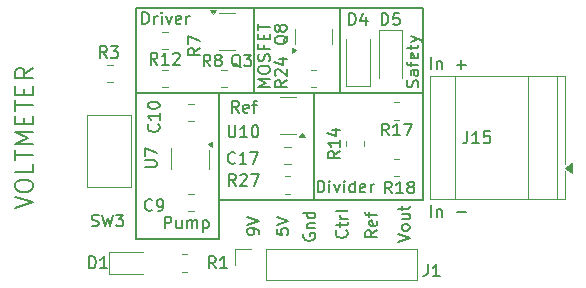
<source format=gbr>
%TF.GenerationSoftware,KiCad,Pcbnew,9.0.3*%
%TF.CreationDate,2025-10-25T21:42:42-05:00*%
%TF.ProjectId,VoltmeterFrontEnd,566f6c74-6d65-4746-9572-46726f6e7445,rev?*%
%TF.SameCoordinates,Original*%
%TF.FileFunction,Legend,Top*%
%TF.FilePolarity,Positive*%
%FSLAX46Y46*%
G04 Gerber Fmt 4.6, Leading zero omitted, Abs format (unit mm)*
G04 Created by KiCad (PCBNEW 9.0.3) date 2025-10-25 21:42:42*
%MOMM*%
%LPD*%
G01*
G04 APERTURE LIST*
%ADD10C,0.150000*%
%ADD11C,0.187500*%
%ADD12C,0.120000*%
G04 APERTURE END LIST*
D10*
X111500000Y-71000000D02*
X111500000Y-63750000D01*
X104586000Y-71002000D02*
X101586000Y-71002000D01*
X101586000Y-63752000D02*
X118836000Y-63752000D01*
X118836000Y-71002000D01*
X101586000Y-71002000D01*
X101586000Y-63752000D01*
X101586000Y-71002000D02*
X101586000Y-83312000D01*
X108586000Y-80002000D02*
X108586000Y-83312000D01*
X118836000Y-63752000D02*
X125836000Y-63752000D01*
X125836000Y-71002000D01*
X118836000Y-71002000D01*
X118836000Y-63752000D01*
X101586000Y-83312000D02*
X108586000Y-83312000D01*
X116586000Y-71002000D02*
X125836000Y-71002000D01*
X125836000Y-80002000D01*
X116586000Y-80002000D01*
X116586000Y-71002000D01*
X108586000Y-71002000D02*
X116586000Y-71002000D01*
X116586000Y-80002000D01*
X108586000Y-80002000D01*
X108586000Y-71002000D01*
X125836000Y-80002000D02*
X125836000Y-80002000D01*
X126547619Y-81454819D02*
X126547619Y-80454819D01*
X127023809Y-80788152D02*
X127023809Y-81454819D01*
X127023809Y-80883390D02*
X127071428Y-80835771D01*
X127071428Y-80835771D02*
X127166666Y-80788152D01*
X127166666Y-80788152D02*
X127309523Y-80788152D01*
X127309523Y-80788152D02*
X127404761Y-80835771D01*
X127404761Y-80835771D02*
X127452380Y-80931009D01*
X127452380Y-80931009D02*
X127452380Y-81454819D01*
X128690476Y-81073866D02*
X129452381Y-81073866D01*
X116922779Y-79371819D02*
X116922779Y-78371819D01*
X116922779Y-78371819D02*
X117160874Y-78371819D01*
X117160874Y-78371819D02*
X117303731Y-78419438D01*
X117303731Y-78419438D02*
X117398969Y-78514676D01*
X117398969Y-78514676D02*
X117446588Y-78609914D01*
X117446588Y-78609914D02*
X117494207Y-78800390D01*
X117494207Y-78800390D02*
X117494207Y-78943247D01*
X117494207Y-78943247D02*
X117446588Y-79133723D01*
X117446588Y-79133723D02*
X117398969Y-79228961D01*
X117398969Y-79228961D02*
X117303731Y-79324200D01*
X117303731Y-79324200D02*
X117160874Y-79371819D01*
X117160874Y-79371819D02*
X116922779Y-79371819D01*
X117922779Y-79371819D02*
X117922779Y-78705152D01*
X117922779Y-78371819D02*
X117875160Y-78419438D01*
X117875160Y-78419438D02*
X117922779Y-78467057D01*
X117922779Y-78467057D02*
X117970398Y-78419438D01*
X117970398Y-78419438D02*
X117922779Y-78371819D01*
X117922779Y-78371819D02*
X117922779Y-78467057D01*
X118303731Y-78705152D02*
X118541826Y-79371819D01*
X118541826Y-79371819D02*
X118779921Y-78705152D01*
X119160874Y-79371819D02*
X119160874Y-78705152D01*
X119160874Y-78371819D02*
X119113255Y-78419438D01*
X119113255Y-78419438D02*
X119160874Y-78467057D01*
X119160874Y-78467057D02*
X119208493Y-78419438D01*
X119208493Y-78419438D02*
X119160874Y-78371819D01*
X119160874Y-78371819D02*
X119160874Y-78467057D01*
X120065635Y-79371819D02*
X120065635Y-78371819D01*
X120065635Y-79324200D02*
X119970397Y-79371819D01*
X119970397Y-79371819D02*
X119779921Y-79371819D01*
X119779921Y-79371819D02*
X119684683Y-79324200D01*
X119684683Y-79324200D02*
X119637064Y-79276580D01*
X119637064Y-79276580D02*
X119589445Y-79181342D01*
X119589445Y-79181342D02*
X119589445Y-78895628D01*
X119589445Y-78895628D02*
X119637064Y-78800390D01*
X119637064Y-78800390D02*
X119684683Y-78752771D01*
X119684683Y-78752771D02*
X119779921Y-78705152D01*
X119779921Y-78705152D02*
X119970397Y-78705152D01*
X119970397Y-78705152D02*
X120065635Y-78752771D01*
X120922778Y-79324200D02*
X120827540Y-79371819D01*
X120827540Y-79371819D02*
X120637064Y-79371819D01*
X120637064Y-79371819D02*
X120541826Y-79324200D01*
X120541826Y-79324200D02*
X120494207Y-79228961D01*
X120494207Y-79228961D02*
X120494207Y-78848009D01*
X120494207Y-78848009D02*
X120541826Y-78752771D01*
X120541826Y-78752771D02*
X120637064Y-78705152D01*
X120637064Y-78705152D02*
X120827540Y-78705152D01*
X120827540Y-78705152D02*
X120922778Y-78752771D01*
X120922778Y-78752771D02*
X120970397Y-78848009D01*
X120970397Y-78848009D02*
X120970397Y-78943247D01*
X120970397Y-78943247D02*
X120494207Y-79038485D01*
X121398969Y-79371819D02*
X121398969Y-78705152D01*
X121398969Y-78895628D02*
X121446588Y-78800390D01*
X121446588Y-78800390D02*
X121494207Y-78752771D01*
X121494207Y-78752771D02*
X121589445Y-78705152D01*
X121589445Y-78705152D02*
X121684683Y-78705152D01*
X125408200Y-70462839D02*
X125455819Y-70319982D01*
X125455819Y-70319982D02*
X125455819Y-70081887D01*
X125455819Y-70081887D02*
X125408200Y-69986649D01*
X125408200Y-69986649D02*
X125360580Y-69939030D01*
X125360580Y-69939030D02*
X125265342Y-69891411D01*
X125265342Y-69891411D02*
X125170104Y-69891411D01*
X125170104Y-69891411D02*
X125074866Y-69939030D01*
X125074866Y-69939030D02*
X125027247Y-69986649D01*
X125027247Y-69986649D02*
X124979628Y-70081887D01*
X124979628Y-70081887D02*
X124932009Y-70272363D01*
X124932009Y-70272363D02*
X124884390Y-70367601D01*
X124884390Y-70367601D02*
X124836771Y-70415220D01*
X124836771Y-70415220D02*
X124741533Y-70462839D01*
X124741533Y-70462839D02*
X124646295Y-70462839D01*
X124646295Y-70462839D02*
X124551057Y-70415220D01*
X124551057Y-70415220D02*
X124503438Y-70367601D01*
X124503438Y-70367601D02*
X124455819Y-70272363D01*
X124455819Y-70272363D02*
X124455819Y-70034268D01*
X124455819Y-70034268D02*
X124503438Y-69891411D01*
X125455819Y-69034268D02*
X124932009Y-69034268D01*
X124932009Y-69034268D02*
X124836771Y-69081887D01*
X124836771Y-69081887D02*
X124789152Y-69177125D01*
X124789152Y-69177125D02*
X124789152Y-69367601D01*
X124789152Y-69367601D02*
X124836771Y-69462839D01*
X125408200Y-69034268D02*
X125455819Y-69129506D01*
X125455819Y-69129506D02*
X125455819Y-69367601D01*
X125455819Y-69367601D02*
X125408200Y-69462839D01*
X125408200Y-69462839D02*
X125312961Y-69510458D01*
X125312961Y-69510458D02*
X125217723Y-69510458D01*
X125217723Y-69510458D02*
X125122485Y-69462839D01*
X125122485Y-69462839D02*
X125074866Y-69367601D01*
X125074866Y-69367601D02*
X125074866Y-69129506D01*
X125074866Y-69129506D02*
X125027247Y-69034268D01*
X124789152Y-68700934D02*
X124789152Y-68319982D01*
X125455819Y-68558077D02*
X124598676Y-68558077D01*
X124598676Y-68558077D02*
X124503438Y-68510458D01*
X124503438Y-68510458D02*
X124455819Y-68415220D01*
X124455819Y-68415220D02*
X124455819Y-68319982D01*
X125408200Y-67605696D02*
X125455819Y-67700934D01*
X125455819Y-67700934D02*
X125455819Y-67891410D01*
X125455819Y-67891410D02*
X125408200Y-67986648D01*
X125408200Y-67986648D02*
X125312961Y-68034267D01*
X125312961Y-68034267D02*
X124932009Y-68034267D01*
X124932009Y-68034267D02*
X124836771Y-67986648D01*
X124836771Y-67986648D02*
X124789152Y-67891410D01*
X124789152Y-67891410D02*
X124789152Y-67700934D01*
X124789152Y-67700934D02*
X124836771Y-67605696D01*
X124836771Y-67605696D02*
X124932009Y-67558077D01*
X124932009Y-67558077D02*
X125027247Y-67558077D01*
X125027247Y-67558077D02*
X125122485Y-68034267D01*
X124789152Y-67272362D02*
X124789152Y-66891410D01*
X124455819Y-67129505D02*
X125312961Y-67129505D01*
X125312961Y-67129505D02*
X125408200Y-67081886D01*
X125408200Y-67081886D02*
X125455819Y-66986648D01*
X125455819Y-66986648D02*
X125455819Y-66891410D01*
X124789152Y-66653314D02*
X125455819Y-66415219D01*
X124789152Y-66177124D02*
X125455819Y-66415219D01*
X125455819Y-66415219D02*
X125693914Y-66510457D01*
X125693914Y-66510457D02*
X125741533Y-66558076D01*
X125741533Y-66558076D02*
X125789152Y-66653314D01*
X126547619Y-68954819D02*
X126547619Y-67954819D01*
X127023809Y-68288152D02*
X127023809Y-68954819D01*
X127023809Y-68383390D02*
X127071428Y-68335771D01*
X127071428Y-68335771D02*
X127166666Y-68288152D01*
X127166666Y-68288152D02*
X127309523Y-68288152D01*
X127309523Y-68288152D02*
X127404761Y-68335771D01*
X127404761Y-68335771D02*
X127452380Y-68431009D01*
X127452380Y-68431009D02*
X127452380Y-68954819D01*
X128690476Y-68573866D02*
X129452381Y-68573866D01*
X129071428Y-68954819D02*
X129071428Y-68192914D01*
X112869819Y-70415220D02*
X111869819Y-70415220D01*
X111869819Y-70415220D02*
X112584104Y-70081887D01*
X112584104Y-70081887D02*
X111869819Y-69748554D01*
X111869819Y-69748554D02*
X112869819Y-69748554D01*
X111869819Y-69081887D02*
X111869819Y-68891411D01*
X111869819Y-68891411D02*
X111917438Y-68796173D01*
X111917438Y-68796173D02*
X112012676Y-68700935D01*
X112012676Y-68700935D02*
X112203152Y-68653316D01*
X112203152Y-68653316D02*
X112536485Y-68653316D01*
X112536485Y-68653316D02*
X112726961Y-68700935D01*
X112726961Y-68700935D02*
X112822200Y-68796173D01*
X112822200Y-68796173D02*
X112869819Y-68891411D01*
X112869819Y-68891411D02*
X112869819Y-69081887D01*
X112869819Y-69081887D02*
X112822200Y-69177125D01*
X112822200Y-69177125D02*
X112726961Y-69272363D01*
X112726961Y-69272363D02*
X112536485Y-69319982D01*
X112536485Y-69319982D02*
X112203152Y-69319982D01*
X112203152Y-69319982D02*
X112012676Y-69272363D01*
X112012676Y-69272363D02*
X111917438Y-69177125D01*
X111917438Y-69177125D02*
X111869819Y-69081887D01*
X112822200Y-68272363D02*
X112869819Y-68129506D01*
X112869819Y-68129506D02*
X112869819Y-67891411D01*
X112869819Y-67891411D02*
X112822200Y-67796173D01*
X112822200Y-67796173D02*
X112774580Y-67748554D01*
X112774580Y-67748554D02*
X112679342Y-67700935D01*
X112679342Y-67700935D02*
X112584104Y-67700935D01*
X112584104Y-67700935D02*
X112488866Y-67748554D01*
X112488866Y-67748554D02*
X112441247Y-67796173D01*
X112441247Y-67796173D02*
X112393628Y-67891411D01*
X112393628Y-67891411D02*
X112346009Y-68081887D01*
X112346009Y-68081887D02*
X112298390Y-68177125D01*
X112298390Y-68177125D02*
X112250771Y-68224744D01*
X112250771Y-68224744D02*
X112155533Y-68272363D01*
X112155533Y-68272363D02*
X112060295Y-68272363D01*
X112060295Y-68272363D02*
X111965057Y-68224744D01*
X111965057Y-68224744D02*
X111917438Y-68177125D01*
X111917438Y-68177125D02*
X111869819Y-68081887D01*
X111869819Y-68081887D02*
X111869819Y-67843792D01*
X111869819Y-67843792D02*
X111917438Y-67700935D01*
X112346009Y-66939030D02*
X112346009Y-67272363D01*
X112869819Y-67272363D02*
X111869819Y-67272363D01*
X111869819Y-67272363D02*
X111869819Y-66796173D01*
X112346009Y-66415220D02*
X112346009Y-66081887D01*
X112869819Y-65939030D02*
X112869819Y-66415220D01*
X112869819Y-66415220D02*
X111869819Y-66415220D01*
X111869819Y-66415220D02*
X111869819Y-65939030D01*
X111869819Y-65653315D02*
X111869819Y-65081887D01*
X112869819Y-65367601D02*
X111869819Y-65367601D01*
X113455819Y-82439030D02*
X113455819Y-82915220D01*
X113455819Y-82915220D02*
X113932009Y-82962839D01*
X113932009Y-82962839D02*
X113884390Y-82915220D01*
X113884390Y-82915220D02*
X113836771Y-82819982D01*
X113836771Y-82819982D02*
X113836771Y-82581887D01*
X113836771Y-82581887D02*
X113884390Y-82486649D01*
X113884390Y-82486649D02*
X113932009Y-82439030D01*
X113932009Y-82439030D02*
X114027247Y-82391411D01*
X114027247Y-82391411D02*
X114265342Y-82391411D01*
X114265342Y-82391411D02*
X114360580Y-82439030D01*
X114360580Y-82439030D02*
X114408200Y-82486649D01*
X114408200Y-82486649D02*
X114455819Y-82581887D01*
X114455819Y-82581887D02*
X114455819Y-82819982D01*
X114455819Y-82819982D02*
X114408200Y-82915220D01*
X114408200Y-82915220D02*
X114360580Y-82962839D01*
X113455819Y-82105696D02*
X114455819Y-81772363D01*
X114455819Y-81772363D02*
X113455819Y-81439030D01*
X123705819Y-83558077D02*
X124705819Y-83224744D01*
X124705819Y-83224744D02*
X123705819Y-82891411D01*
X124705819Y-82415220D02*
X124658200Y-82510458D01*
X124658200Y-82510458D02*
X124610580Y-82558077D01*
X124610580Y-82558077D02*
X124515342Y-82605696D01*
X124515342Y-82605696D02*
X124229628Y-82605696D01*
X124229628Y-82605696D02*
X124134390Y-82558077D01*
X124134390Y-82558077D02*
X124086771Y-82510458D01*
X124086771Y-82510458D02*
X124039152Y-82415220D01*
X124039152Y-82415220D02*
X124039152Y-82272363D01*
X124039152Y-82272363D02*
X124086771Y-82177125D01*
X124086771Y-82177125D02*
X124134390Y-82129506D01*
X124134390Y-82129506D02*
X124229628Y-82081887D01*
X124229628Y-82081887D02*
X124515342Y-82081887D01*
X124515342Y-82081887D02*
X124610580Y-82129506D01*
X124610580Y-82129506D02*
X124658200Y-82177125D01*
X124658200Y-82177125D02*
X124705819Y-82272363D01*
X124705819Y-82272363D02*
X124705819Y-82415220D01*
X124039152Y-81224744D02*
X124705819Y-81224744D01*
X124039152Y-81653315D02*
X124562961Y-81653315D01*
X124562961Y-81653315D02*
X124658200Y-81605696D01*
X124658200Y-81605696D02*
X124705819Y-81510458D01*
X124705819Y-81510458D02*
X124705819Y-81367601D01*
X124705819Y-81367601D02*
X124658200Y-81272363D01*
X124658200Y-81272363D02*
X124610580Y-81224744D01*
X124039152Y-80891410D02*
X124039152Y-80510458D01*
X123705819Y-80748553D02*
X124562961Y-80748553D01*
X124562961Y-80748553D02*
X124658200Y-80700934D01*
X124658200Y-80700934D02*
X124705819Y-80605696D01*
X124705819Y-80605696D02*
X124705819Y-80510458D01*
X115753438Y-82891411D02*
X115705819Y-82986649D01*
X115705819Y-82986649D02*
X115705819Y-83129506D01*
X115705819Y-83129506D02*
X115753438Y-83272363D01*
X115753438Y-83272363D02*
X115848676Y-83367601D01*
X115848676Y-83367601D02*
X115943914Y-83415220D01*
X115943914Y-83415220D02*
X116134390Y-83462839D01*
X116134390Y-83462839D02*
X116277247Y-83462839D01*
X116277247Y-83462839D02*
X116467723Y-83415220D01*
X116467723Y-83415220D02*
X116562961Y-83367601D01*
X116562961Y-83367601D02*
X116658200Y-83272363D01*
X116658200Y-83272363D02*
X116705819Y-83129506D01*
X116705819Y-83129506D02*
X116705819Y-83034268D01*
X116705819Y-83034268D02*
X116658200Y-82891411D01*
X116658200Y-82891411D02*
X116610580Y-82843792D01*
X116610580Y-82843792D02*
X116277247Y-82843792D01*
X116277247Y-82843792D02*
X116277247Y-83034268D01*
X116039152Y-82415220D02*
X116705819Y-82415220D01*
X116134390Y-82415220D02*
X116086771Y-82367601D01*
X116086771Y-82367601D02*
X116039152Y-82272363D01*
X116039152Y-82272363D02*
X116039152Y-82129506D01*
X116039152Y-82129506D02*
X116086771Y-82034268D01*
X116086771Y-82034268D02*
X116182009Y-81986649D01*
X116182009Y-81986649D02*
X116705819Y-81986649D01*
X116705819Y-81081887D02*
X115705819Y-81081887D01*
X116658200Y-81081887D02*
X116705819Y-81177125D01*
X116705819Y-81177125D02*
X116705819Y-81367601D01*
X116705819Y-81367601D02*
X116658200Y-81462839D01*
X116658200Y-81462839D02*
X116610580Y-81510458D01*
X116610580Y-81510458D02*
X116515342Y-81558077D01*
X116515342Y-81558077D02*
X116229628Y-81558077D01*
X116229628Y-81558077D02*
X116134390Y-81510458D01*
X116134390Y-81510458D02*
X116086771Y-81462839D01*
X116086771Y-81462839D02*
X116039152Y-81367601D01*
X116039152Y-81367601D02*
X116039152Y-81177125D01*
X116039152Y-81177125D02*
X116086771Y-81081887D01*
D11*
X91306678Y-80733787D02*
X92806678Y-80233787D01*
X92806678Y-80233787D02*
X91306678Y-79733787D01*
X91306678Y-78948073D02*
X91306678Y-78662359D01*
X91306678Y-78662359D02*
X91378107Y-78519502D01*
X91378107Y-78519502D02*
X91520964Y-78376645D01*
X91520964Y-78376645D02*
X91806678Y-78305216D01*
X91806678Y-78305216D02*
X92306678Y-78305216D01*
X92306678Y-78305216D02*
X92592392Y-78376645D01*
X92592392Y-78376645D02*
X92735250Y-78519502D01*
X92735250Y-78519502D02*
X92806678Y-78662359D01*
X92806678Y-78662359D02*
X92806678Y-78948073D01*
X92806678Y-78948073D02*
X92735250Y-79090931D01*
X92735250Y-79090931D02*
X92592392Y-79233788D01*
X92592392Y-79233788D02*
X92306678Y-79305216D01*
X92306678Y-79305216D02*
X91806678Y-79305216D01*
X91806678Y-79305216D02*
X91520964Y-79233788D01*
X91520964Y-79233788D02*
X91378107Y-79090931D01*
X91378107Y-79090931D02*
X91306678Y-78948073D01*
X92806678Y-76948073D02*
X92806678Y-77662359D01*
X92806678Y-77662359D02*
X91306678Y-77662359D01*
X91306678Y-76662358D02*
X91306678Y-75805216D01*
X92806678Y-76233787D02*
X91306678Y-76233787D01*
X92806678Y-75305216D02*
X91306678Y-75305216D01*
X91306678Y-75305216D02*
X92378107Y-74805216D01*
X92378107Y-74805216D02*
X91306678Y-74305216D01*
X91306678Y-74305216D02*
X92806678Y-74305216D01*
X92020964Y-73590930D02*
X92020964Y-73090930D01*
X92806678Y-72876644D02*
X92806678Y-73590930D01*
X92806678Y-73590930D02*
X91306678Y-73590930D01*
X91306678Y-73590930D02*
X91306678Y-72876644D01*
X91306678Y-72448072D02*
X91306678Y-71590930D01*
X92806678Y-72019501D02*
X91306678Y-72019501D01*
X92020964Y-71090930D02*
X92020964Y-70590930D01*
X92806678Y-70376644D02*
X92806678Y-71090930D01*
X92806678Y-71090930D02*
X91306678Y-71090930D01*
X91306678Y-71090930D02*
X91306678Y-70376644D01*
X92806678Y-68876644D02*
X92092392Y-69376644D01*
X92806678Y-69733787D02*
X91306678Y-69733787D01*
X91306678Y-69733787D02*
X91306678Y-69162358D01*
X91306678Y-69162358D02*
X91378107Y-69019501D01*
X91378107Y-69019501D02*
X91449535Y-68948072D01*
X91449535Y-68948072D02*
X91592392Y-68876644D01*
X91592392Y-68876644D02*
X91806678Y-68876644D01*
X91806678Y-68876644D02*
X91949535Y-68948072D01*
X91949535Y-68948072D02*
X92020964Y-69019501D01*
X92020964Y-69019501D02*
X92092392Y-69162358D01*
X92092392Y-69162358D02*
X92092392Y-69733787D01*
D10*
X121955819Y-82593792D02*
X121479628Y-82927125D01*
X121955819Y-83165220D02*
X120955819Y-83165220D01*
X120955819Y-83165220D02*
X120955819Y-82784268D01*
X120955819Y-82784268D02*
X121003438Y-82689030D01*
X121003438Y-82689030D02*
X121051057Y-82641411D01*
X121051057Y-82641411D02*
X121146295Y-82593792D01*
X121146295Y-82593792D02*
X121289152Y-82593792D01*
X121289152Y-82593792D02*
X121384390Y-82641411D01*
X121384390Y-82641411D02*
X121432009Y-82689030D01*
X121432009Y-82689030D02*
X121479628Y-82784268D01*
X121479628Y-82784268D02*
X121479628Y-83165220D01*
X121908200Y-81784268D02*
X121955819Y-81879506D01*
X121955819Y-81879506D02*
X121955819Y-82069982D01*
X121955819Y-82069982D02*
X121908200Y-82165220D01*
X121908200Y-82165220D02*
X121812961Y-82212839D01*
X121812961Y-82212839D02*
X121432009Y-82212839D01*
X121432009Y-82212839D02*
X121336771Y-82165220D01*
X121336771Y-82165220D02*
X121289152Y-82069982D01*
X121289152Y-82069982D02*
X121289152Y-81879506D01*
X121289152Y-81879506D02*
X121336771Y-81784268D01*
X121336771Y-81784268D02*
X121432009Y-81736649D01*
X121432009Y-81736649D02*
X121527247Y-81736649D01*
X121527247Y-81736649D02*
X121622485Y-82212839D01*
X121289152Y-81450934D02*
X121289152Y-81069982D01*
X121955819Y-81308077D02*
X121098676Y-81308077D01*
X121098676Y-81308077D02*
X121003438Y-81260458D01*
X121003438Y-81260458D02*
X120955819Y-81165220D01*
X120955819Y-81165220D02*
X120955819Y-81069982D01*
X102086779Y-65119819D02*
X102086779Y-64119819D01*
X102086779Y-64119819D02*
X102324874Y-64119819D01*
X102324874Y-64119819D02*
X102467731Y-64167438D01*
X102467731Y-64167438D02*
X102562969Y-64262676D01*
X102562969Y-64262676D02*
X102610588Y-64357914D01*
X102610588Y-64357914D02*
X102658207Y-64548390D01*
X102658207Y-64548390D02*
X102658207Y-64691247D01*
X102658207Y-64691247D02*
X102610588Y-64881723D01*
X102610588Y-64881723D02*
X102562969Y-64976961D01*
X102562969Y-64976961D02*
X102467731Y-65072200D01*
X102467731Y-65072200D02*
X102324874Y-65119819D01*
X102324874Y-65119819D02*
X102086779Y-65119819D01*
X103086779Y-65119819D02*
X103086779Y-64453152D01*
X103086779Y-64643628D02*
X103134398Y-64548390D01*
X103134398Y-64548390D02*
X103182017Y-64500771D01*
X103182017Y-64500771D02*
X103277255Y-64453152D01*
X103277255Y-64453152D02*
X103372493Y-64453152D01*
X103705827Y-65119819D02*
X103705827Y-64453152D01*
X103705827Y-64119819D02*
X103658208Y-64167438D01*
X103658208Y-64167438D02*
X103705827Y-64215057D01*
X103705827Y-64215057D02*
X103753446Y-64167438D01*
X103753446Y-64167438D02*
X103705827Y-64119819D01*
X103705827Y-64119819D02*
X103705827Y-64215057D01*
X104086779Y-64453152D02*
X104324874Y-65119819D01*
X104324874Y-65119819D02*
X104562969Y-64453152D01*
X105324874Y-65072200D02*
X105229636Y-65119819D01*
X105229636Y-65119819D02*
X105039160Y-65119819D01*
X105039160Y-65119819D02*
X104943922Y-65072200D01*
X104943922Y-65072200D02*
X104896303Y-64976961D01*
X104896303Y-64976961D02*
X104896303Y-64596009D01*
X104896303Y-64596009D02*
X104943922Y-64500771D01*
X104943922Y-64500771D02*
X105039160Y-64453152D01*
X105039160Y-64453152D02*
X105229636Y-64453152D01*
X105229636Y-64453152D02*
X105324874Y-64500771D01*
X105324874Y-64500771D02*
X105372493Y-64596009D01*
X105372493Y-64596009D02*
X105372493Y-64691247D01*
X105372493Y-64691247D02*
X104896303Y-64786485D01*
X105801065Y-65119819D02*
X105801065Y-64453152D01*
X105801065Y-64643628D02*
X105848684Y-64548390D01*
X105848684Y-64548390D02*
X105896303Y-64500771D01*
X105896303Y-64500771D02*
X105991541Y-64453152D01*
X105991541Y-64453152D02*
X106086779Y-64453152D01*
X103968779Y-82419819D02*
X103968779Y-81419819D01*
X103968779Y-81419819D02*
X104349731Y-81419819D01*
X104349731Y-81419819D02*
X104444969Y-81467438D01*
X104444969Y-81467438D02*
X104492588Y-81515057D01*
X104492588Y-81515057D02*
X104540207Y-81610295D01*
X104540207Y-81610295D02*
X104540207Y-81753152D01*
X104540207Y-81753152D02*
X104492588Y-81848390D01*
X104492588Y-81848390D02*
X104444969Y-81896009D01*
X104444969Y-81896009D02*
X104349731Y-81943628D01*
X104349731Y-81943628D02*
X103968779Y-81943628D01*
X105397350Y-81753152D02*
X105397350Y-82419819D01*
X104968779Y-81753152D02*
X104968779Y-82276961D01*
X104968779Y-82276961D02*
X105016398Y-82372200D01*
X105016398Y-82372200D02*
X105111636Y-82419819D01*
X105111636Y-82419819D02*
X105254493Y-82419819D01*
X105254493Y-82419819D02*
X105349731Y-82372200D01*
X105349731Y-82372200D02*
X105397350Y-82324580D01*
X105873541Y-82419819D02*
X105873541Y-81753152D01*
X105873541Y-81848390D02*
X105921160Y-81800771D01*
X105921160Y-81800771D02*
X106016398Y-81753152D01*
X106016398Y-81753152D02*
X106159255Y-81753152D01*
X106159255Y-81753152D02*
X106254493Y-81800771D01*
X106254493Y-81800771D02*
X106302112Y-81896009D01*
X106302112Y-81896009D02*
X106302112Y-82419819D01*
X106302112Y-81896009D02*
X106349731Y-81800771D01*
X106349731Y-81800771D02*
X106444969Y-81753152D01*
X106444969Y-81753152D02*
X106587826Y-81753152D01*
X106587826Y-81753152D02*
X106683065Y-81800771D01*
X106683065Y-81800771D02*
X106730684Y-81896009D01*
X106730684Y-81896009D02*
X106730684Y-82419819D01*
X107206874Y-81753152D02*
X107206874Y-82753152D01*
X107206874Y-81800771D02*
X107302112Y-81753152D01*
X107302112Y-81753152D02*
X107492588Y-81753152D01*
X107492588Y-81753152D02*
X107587826Y-81800771D01*
X107587826Y-81800771D02*
X107635445Y-81848390D01*
X107635445Y-81848390D02*
X107683064Y-81943628D01*
X107683064Y-81943628D02*
X107683064Y-82229342D01*
X107683064Y-82229342D02*
X107635445Y-82324580D01*
X107635445Y-82324580D02*
X107587826Y-82372200D01*
X107587826Y-82372200D02*
X107492588Y-82419819D01*
X107492588Y-82419819D02*
X107302112Y-82419819D01*
X107302112Y-82419819D02*
X107206874Y-82372200D01*
X111955819Y-82867601D02*
X111955819Y-82677125D01*
X111955819Y-82677125D02*
X111908200Y-82581887D01*
X111908200Y-82581887D02*
X111860580Y-82534268D01*
X111860580Y-82534268D02*
X111717723Y-82439030D01*
X111717723Y-82439030D02*
X111527247Y-82391411D01*
X111527247Y-82391411D02*
X111146295Y-82391411D01*
X111146295Y-82391411D02*
X111051057Y-82439030D01*
X111051057Y-82439030D02*
X111003438Y-82486649D01*
X111003438Y-82486649D02*
X110955819Y-82581887D01*
X110955819Y-82581887D02*
X110955819Y-82772363D01*
X110955819Y-82772363D02*
X111003438Y-82867601D01*
X111003438Y-82867601D02*
X111051057Y-82915220D01*
X111051057Y-82915220D02*
X111146295Y-82962839D01*
X111146295Y-82962839D02*
X111384390Y-82962839D01*
X111384390Y-82962839D02*
X111479628Y-82915220D01*
X111479628Y-82915220D02*
X111527247Y-82867601D01*
X111527247Y-82867601D02*
X111574866Y-82772363D01*
X111574866Y-82772363D02*
X111574866Y-82581887D01*
X111574866Y-82581887D02*
X111527247Y-82486649D01*
X111527247Y-82486649D02*
X111479628Y-82439030D01*
X111479628Y-82439030D02*
X111384390Y-82391411D01*
X110955819Y-82105696D02*
X111955819Y-81772363D01*
X111955819Y-81772363D02*
X110955819Y-81439030D01*
X110244207Y-72621819D02*
X109910874Y-72145628D01*
X109672779Y-72621819D02*
X109672779Y-71621819D01*
X109672779Y-71621819D02*
X110053731Y-71621819D01*
X110053731Y-71621819D02*
X110148969Y-71669438D01*
X110148969Y-71669438D02*
X110196588Y-71717057D01*
X110196588Y-71717057D02*
X110244207Y-71812295D01*
X110244207Y-71812295D02*
X110244207Y-71955152D01*
X110244207Y-71955152D02*
X110196588Y-72050390D01*
X110196588Y-72050390D02*
X110148969Y-72098009D01*
X110148969Y-72098009D02*
X110053731Y-72145628D01*
X110053731Y-72145628D02*
X109672779Y-72145628D01*
X111053731Y-72574200D02*
X110958493Y-72621819D01*
X110958493Y-72621819D02*
X110768017Y-72621819D01*
X110768017Y-72621819D02*
X110672779Y-72574200D01*
X110672779Y-72574200D02*
X110625160Y-72478961D01*
X110625160Y-72478961D02*
X110625160Y-72098009D01*
X110625160Y-72098009D02*
X110672779Y-72002771D01*
X110672779Y-72002771D02*
X110768017Y-71955152D01*
X110768017Y-71955152D02*
X110958493Y-71955152D01*
X110958493Y-71955152D02*
X111053731Y-72002771D01*
X111053731Y-72002771D02*
X111101350Y-72098009D01*
X111101350Y-72098009D02*
X111101350Y-72193247D01*
X111101350Y-72193247D02*
X110625160Y-72288485D01*
X111387065Y-71955152D02*
X111768017Y-71955152D01*
X111529922Y-72621819D02*
X111529922Y-71764676D01*
X111529922Y-71764676D02*
X111577541Y-71669438D01*
X111577541Y-71669438D02*
X111672779Y-71621819D01*
X111672779Y-71621819D02*
X111768017Y-71621819D01*
X119360580Y-82593792D02*
X119408200Y-82641411D01*
X119408200Y-82641411D02*
X119455819Y-82784268D01*
X119455819Y-82784268D02*
X119455819Y-82879506D01*
X119455819Y-82879506D02*
X119408200Y-83022363D01*
X119408200Y-83022363D02*
X119312961Y-83117601D01*
X119312961Y-83117601D02*
X119217723Y-83165220D01*
X119217723Y-83165220D02*
X119027247Y-83212839D01*
X119027247Y-83212839D02*
X118884390Y-83212839D01*
X118884390Y-83212839D02*
X118693914Y-83165220D01*
X118693914Y-83165220D02*
X118598676Y-83117601D01*
X118598676Y-83117601D02*
X118503438Y-83022363D01*
X118503438Y-83022363D02*
X118455819Y-82879506D01*
X118455819Y-82879506D02*
X118455819Y-82784268D01*
X118455819Y-82784268D02*
X118503438Y-82641411D01*
X118503438Y-82641411D02*
X118551057Y-82593792D01*
X118789152Y-82308077D02*
X118789152Y-81927125D01*
X118455819Y-82165220D02*
X119312961Y-82165220D01*
X119312961Y-82165220D02*
X119408200Y-82117601D01*
X119408200Y-82117601D02*
X119455819Y-82022363D01*
X119455819Y-82022363D02*
X119455819Y-81927125D01*
X119455819Y-81593791D02*
X118789152Y-81593791D01*
X118979628Y-81593791D02*
X118884390Y-81546172D01*
X118884390Y-81546172D02*
X118836771Y-81498553D01*
X118836771Y-81498553D02*
X118789152Y-81403315D01*
X118789152Y-81403315D02*
X118789152Y-81308077D01*
X119455819Y-80831886D02*
X119408200Y-80927124D01*
X119408200Y-80927124D02*
X119312961Y-80974743D01*
X119312961Y-80974743D02*
X118455819Y-80974743D01*
X129604476Y-74204819D02*
X129604476Y-74919104D01*
X129604476Y-74919104D02*
X129556857Y-75061961D01*
X129556857Y-75061961D02*
X129461619Y-75157200D01*
X129461619Y-75157200D02*
X129318762Y-75204819D01*
X129318762Y-75204819D02*
X129223524Y-75204819D01*
X130604476Y-75204819D02*
X130033048Y-75204819D01*
X130318762Y-75204819D02*
X130318762Y-74204819D01*
X130318762Y-74204819D02*
X130223524Y-74347676D01*
X130223524Y-74347676D02*
X130128286Y-74442914D01*
X130128286Y-74442914D02*
X130033048Y-74490533D01*
X131509238Y-74204819D02*
X131033048Y-74204819D01*
X131033048Y-74204819D02*
X130985429Y-74681009D01*
X130985429Y-74681009D02*
X131033048Y-74633390D01*
X131033048Y-74633390D02*
X131128286Y-74585771D01*
X131128286Y-74585771D02*
X131366381Y-74585771D01*
X131366381Y-74585771D02*
X131461619Y-74633390D01*
X131461619Y-74633390D02*
X131509238Y-74681009D01*
X131509238Y-74681009D02*
X131556857Y-74776247D01*
X131556857Y-74776247D02*
X131556857Y-75014342D01*
X131556857Y-75014342D02*
X131509238Y-75109580D01*
X131509238Y-75109580D02*
X131461619Y-75157200D01*
X131461619Y-75157200D02*
X131366381Y-75204819D01*
X131366381Y-75204819D02*
X131128286Y-75204819D01*
X131128286Y-75204819D02*
X131033048Y-75157200D01*
X131033048Y-75157200D02*
X130985429Y-75109580D01*
X103357142Y-68554819D02*
X103023809Y-68078628D01*
X102785714Y-68554819D02*
X102785714Y-67554819D01*
X102785714Y-67554819D02*
X103166666Y-67554819D01*
X103166666Y-67554819D02*
X103261904Y-67602438D01*
X103261904Y-67602438D02*
X103309523Y-67650057D01*
X103309523Y-67650057D02*
X103357142Y-67745295D01*
X103357142Y-67745295D02*
X103357142Y-67888152D01*
X103357142Y-67888152D02*
X103309523Y-67983390D01*
X103309523Y-67983390D02*
X103261904Y-68031009D01*
X103261904Y-68031009D02*
X103166666Y-68078628D01*
X103166666Y-68078628D02*
X102785714Y-68078628D01*
X104309523Y-68554819D02*
X103738095Y-68554819D01*
X104023809Y-68554819D02*
X104023809Y-67554819D01*
X104023809Y-67554819D02*
X103928571Y-67697676D01*
X103928571Y-67697676D02*
X103833333Y-67792914D01*
X103833333Y-67792914D02*
X103738095Y-67840533D01*
X104690476Y-67650057D02*
X104738095Y-67602438D01*
X104738095Y-67602438D02*
X104833333Y-67554819D01*
X104833333Y-67554819D02*
X105071428Y-67554819D01*
X105071428Y-67554819D02*
X105166666Y-67602438D01*
X105166666Y-67602438D02*
X105214285Y-67650057D01*
X105214285Y-67650057D02*
X105261904Y-67745295D01*
X105261904Y-67745295D02*
X105261904Y-67840533D01*
X105261904Y-67840533D02*
X105214285Y-67983390D01*
X105214285Y-67983390D02*
X104642857Y-68554819D01*
X104642857Y-68554819D02*
X105261904Y-68554819D01*
X107833333Y-68704819D02*
X107500000Y-68228628D01*
X107261905Y-68704819D02*
X107261905Y-67704819D01*
X107261905Y-67704819D02*
X107642857Y-67704819D01*
X107642857Y-67704819D02*
X107738095Y-67752438D01*
X107738095Y-67752438D02*
X107785714Y-67800057D01*
X107785714Y-67800057D02*
X107833333Y-67895295D01*
X107833333Y-67895295D02*
X107833333Y-68038152D01*
X107833333Y-68038152D02*
X107785714Y-68133390D01*
X107785714Y-68133390D02*
X107738095Y-68181009D01*
X107738095Y-68181009D02*
X107642857Y-68228628D01*
X107642857Y-68228628D02*
X107261905Y-68228628D01*
X108404762Y-68133390D02*
X108309524Y-68085771D01*
X108309524Y-68085771D02*
X108261905Y-68038152D01*
X108261905Y-68038152D02*
X108214286Y-67942914D01*
X108214286Y-67942914D02*
X108214286Y-67895295D01*
X108214286Y-67895295D02*
X108261905Y-67800057D01*
X108261905Y-67800057D02*
X108309524Y-67752438D01*
X108309524Y-67752438D02*
X108404762Y-67704819D01*
X108404762Y-67704819D02*
X108595238Y-67704819D01*
X108595238Y-67704819D02*
X108690476Y-67752438D01*
X108690476Y-67752438D02*
X108738095Y-67800057D01*
X108738095Y-67800057D02*
X108785714Y-67895295D01*
X108785714Y-67895295D02*
X108785714Y-67942914D01*
X108785714Y-67942914D02*
X108738095Y-68038152D01*
X108738095Y-68038152D02*
X108690476Y-68085771D01*
X108690476Y-68085771D02*
X108595238Y-68133390D01*
X108595238Y-68133390D02*
X108404762Y-68133390D01*
X108404762Y-68133390D02*
X108309524Y-68181009D01*
X108309524Y-68181009D02*
X108261905Y-68228628D01*
X108261905Y-68228628D02*
X108214286Y-68323866D01*
X108214286Y-68323866D02*
X108214286Y-68514342D01*
X108214286Y-68514342D02*
X108261905Y-68609580D01*
X108261905Y-68609580D02*
X108309524Y-68657200D01*
X108309524Y-68657200D02*
X108404762Y-68704819D01*
X108404762Y-68704819D02*
X108595238Y-68704819D01*
X108595238Y-68704819D02*
X108690476Y-68657200D01*
X108690476Y-68657200D02*
X108738095Y-68609580D01*
X108738095Y-68609580D02*
X108785714Y-68514342D01*
X108785714Y-68514342D02*
X108785714Y-68323866D01*
X108785714Y-68323866D02*
X108738095Y-68228628D01*
X108738095Y-68228628D02*
X108690476Y-68181009D01*
X108690476Y-68181009D02*
X108595238Y-68133390D01*
X106954819Y-67166666D02*
X106478628Y-67499999D01*
X106954819Y-67738094D02*
X105954819Y-67738094D01*
X105954819Y-67738094D02*
X105954819Y-67357142D01*
X105954819Y-67357142D02*
X106002438Y-67261904D01*
X106002438Y-67261904D02*
X106050057Y-67214285D01*
X106050057Y-67214285D02*
X106145295Y-67166666D01*
X106145295Y-67166666D02*
X106288152Y-67166666D01*
X106288152Y-67166666D02*
X106383390Y-67214285D01*
X106383390Y-67214285D02*
X106431009Y-67261904D01*
X106431009Y-67261904D02*
X106478628Y-67357142D01*
X106478628Y-67357142D02*
X106478628Y-67738094D01*
X105954819Y-66833332D02*
X105954819Y-66166666D01*
X105954819Y-66166666D02*
X106954819Y-66595237D01*
X110404761Y-68800057D02*
X110309523Y-68752438D01*
X110309523Y-68752438D02*
X110214285Y-68657200D01*
X110214285Y-68657200D02*
X110071428Y-68514342D01*
X110071428Y-68514342D02*
X109976190Y-68466723D01*
X109976190Y-68466723D02*
X109880952Y-68466723D01*
X109928571Y-68704819D02*
X109833333Y-68657200D01*
X109833333Y-68657200D02*
X109738095Y-68561961D01*
X109738095Y-68561961D02*
X109690476Y-68371485D01*
X109690476Y-68371485D02*
X109690476Y-68038152D01*
X109690476Y-68038152D02*
X109738095Y-67847676D01*
X109738095Y-67847676D02*
X109833333Y-67752438D01*
X109833333Y-67752438D02*
X109928571Y-67704819D01*
X109928571Y-67704819D02*
X110119047Y-67704819D01*
X110119047Y-67704819D02*
X110214285Y-67752438D01*
X110214285Y-67752438D02*
X110309523Y-67847676D01*
X110309523Y-67847676D02*
X110357142Y-68038152D01*
X110357142Y-68038152D02*
X110357142Y-68371485D01*
X110357142Y-68371485D02*
X110309523Y-68561961D01*
X110309523Y-68561961D02*
X110214285Y-68657200D01*
X110214285Y-68657200D02*
X110119047Y-68704819D01*
X110119047Y-68704819D02*
X109928571Y-68704819D01*
X110690476Y-67704819D02*
X111309523Y-67704819D01*
X111309523Y-67704819D02*
X110976190Y-68085771D01*
X110976190Y-68085771D02*
X111119047Y-68085771D01*
X111119047Y-68085771D02*
X111214285Y-68133390D01*
X111214285Y-68133390D02*
X111261904Y-68181009D01*
X111261904Y-68181009D02*
X111309523Y-68276247D01*
X111309523Y-68276247D02*
X111309523Y-68514342D01*
X111309523Y-68514342D02*
X111261904Y-68609580D01*
X111261904Y-68609580D02*
X111214285Y-68657200D01*
X111214285Y-68657200D02*
X111119047Y-68704819D01*
X111119047Y-68704819D02*
X110833333Y-68704819D01*
X110833333Y-68704819D02*
X110738095Y-68657200D01*
X110738095Y-68657200D02*
X110690476Y-68609580D01*
X109980642Y-78825819D02*
X109647309Y-78349628D01*
X109409214Y-78825819D02*
X109409214Y-77825819D01*
X109409214Y-77825819D02*
X109790166Y-77825819D01*
X109790166Y-77825819D02*
X109885404Y-77873438D01*
X109885404Y-77873438D02*
X109933023Y-77921057D01*
X109933023Y-77921057D02*
X109980642Y-78016295D01*
X109980642Y-78016295D02*
X109980642Y-78159152D01*
X109980642Y-78159152D02*
X109933023Y-78254390D01*
X109933023Y-78254390D02*
X109885404Y-78302009D01*
X109885404Y-78302009D02*
X109790166Y-78349628D01*
X109790166Y-78349628D02*
X109409214Y-78349628D01*
X110361595Y-77921057D02*
X110409214Y-77873438D01*
X110409214Y-77873438D02*
X110504452Y-77825819D01*
X110504452Y-77825819D02*
X110742547Y-77825819D01*
X110742547Y-77825819D02*
X110837785Y-77873438D01*
X110837785Y-77873438D02*
X110885404Y-77921057D01*
X110885404Y-77921057D02*
X110933023Y-78016295D01*
X110933023Y-78016295D02*
X110933023Y-78111533D01*
X110933023Y-78111533D02*
X110885404Y-78254390D01*
X110885404Y-78254390D02*
X110313976Y-78825819D01*
X110313976Y-78825819D02*
X110933023Y-78825819D01*
X111266357Y-77825819D02*
X111933023Y-77825819D01*
X111933023Y-77825819D02*
X111504452Y-78825819D01*
X123193142Y-79456819D02*
X122859809Y-78980628D01*
X122621714Y-79456819D02*
X122621714Y-78456819D01*
X122621714Y-78456819D02*
X123002666Y-78456819D01*
X123002666Y-78456819D02*
X123097904Y-78504438D01*
X123097904Y-78504438D02*
X123145523Y-78552057D01*
X123145523Y-78552057D02*
X123193142Y-78647295D01*
X123193142Y-78647295D02*
X123193142Y-78790152D01*
X123193142Y-78790152D02*
X123145523Y-78885390D01*
X123145523Y-78885390D02*
X123097904Y-78933009D01*
X123097904Y-78933009D02*
X123002666Y-78980628D01*
X123002666Y-78980628D02*
X122621714Y-78980628D01*
X124145523Y-79456819D02*
X123574095Y-79456819D01*
X123859809Y-79456819D02*
X123859809Y-78456819D01*
X123859809Y-78456819D02*
X123764571Y-78599676D01*
X123764571Y-78599676D02*
X123669333Y-78694914D01*
X123669333Y-78694914D02*
X123574095Y-78742533D01*
X124716952Y-78885390D02*
X124621714Y-78837771D01*
X124621714Y-78837771D02*
X124574095Y-78790152D01*
X124574095Y-78790152D02*
X124526476Y-78694914D01*
X124526476Y-78694914D02*
X124526476Y-78647295D01*
X124526476Y-78647295D02*
X124574095Y-78552057D01*
X124574095Y-78552057D02*
X124621714Y-78504438D01*
X124621714Y-78504438D02*
X124716952Y-78456819D01*
X124716952Y-78456819D02*
X124907428Y-78456819D01*
X124907428Y-78456819D02*
X125002666Y-78504438D01*
X125002666Y-78504438D02*
X125050285Y-78552057D01*
X125050285Y-78552057D02*
X125097904Y-78647295D01*
X125097904Y-78647295D02*
X125097904Y-78694914D01*
X125097904Y-78694914D02*
X125050285Y-78790152D01*
X125050285Y-78790152D02*
X125002666Y-78837771D01*
X125002666Y-78837771D02*
X124907428Y-78885390D01*
X124907428Y-78885390D02*
X124716952Y-78885390D01*
X124716952Y-78885390D02*
X124621714Y-78933009D01*
X124621714Y-78933009D02*
X124574095Y-78980628D01*
X124574095Y-78980628D02*
X124526476Y-79075866D01*
X124526476Y-79075866D02*
X124526476Y-79266342D01*
X124526476Y-79266342D02*
X124574095Y-79361580D01*
X124574095Y-79361580D02*
X124621714Y-79409200D01*
X124621714Y-79409200D02*
X124716952Y-79456819D01*
X124716952Y-79456819D02*
X124907428Y-79456819D01*
X124907428Y-79456819D02*
X125002666Y-79409200D01*
X125002666Y-79409200D02*
X125050285Y-79361580D01*
X125050285Y-79361580D02*
X125097904Y-79266342D01*
X125097904Y-79266342D02*
X125097904Y-79075866D01*
X125097904Y-79075866D02*
X125050285Y-78980628D01*
X125050285Y-78980628D02*
X125002666Y-78933009D01*
X125002666Y-78933009D02*
X124907428Y-78885390D01*
X118790819Y-75894857D02*
X118314628Y-76228190D01*
X118790819Y-76466285D02*
X117790819Y-76466285D01*
X117790819Y-76466285D02*
X117790819Y-76085333D01*
X117790819Y-76085333D02*
X117838438Y-75990095D01*
X117838438Y-75990095D02*
X117886057Y-75942476D01*
X117886057Y-75942476D02*
X117981295Y-75894857D01*
X117981295Y-75894857D02*
X118124152Y-75894857D01*
X118124152Y-75894857D02*
X118219390Y-75942476D01*
X118219390Y-75942476D02*
X118267009Y-75990095D01*
X118267009Y-75990095D02*
X118314628Y-76085333D01*
X118314628Y-76085333D02*
X118314628Y-76466285D01*
X118790819Y-74942476D02*
X118790819Y-75513904D01*
X118790819Y-75228190D02*
X117790819Y-75228190D01*
X117790819Y-75228190D02*
X117933676Y-75323428D01*
X117933676Y-75323428D02*
X118028914Y-75418666D01*
X118028914Y-75418666D02*
X118076533Y-75513904D01*
X118124152Y-74085333D02*
X118790819Y-74085333D01*
X117743200Y-74323428D02*
X118457485Y-74561523D01*
X118457485Y-74561523D02*
X118457485Y-73942476D01*
X109385405Y-73706819D02*
X109385405Y-74516342D01*
X109385405Y-74516342D02*
X109433024Y-74611580D01*
X109433024Y-74611580D02*
X109480643Y-74659200D01*
X109480643Y-74659200D02*
X109575881Y-74706819D01*
X109575881Y-74706819D02*
X109766357Y-74706819D01*
X109766357Y-74706819D02*
X109861595Y-74659200D01*
X109861595Y-74659200D02*
X109909214Y-74611580D01*
X109909214Y-74611580D02*
X109956833Y-74516342D01*
X109956833Y-74516342D02*
X109956833Y-73706819D01*
X110956833Y-74706819D02*
X110385405Y-74706819D01*
X110671119Y-74706819D02*
X110671119Y-73706819D01*
X110671119Y-73706819D02*
X110575881Y-73849676D01*
X110575881Y-73849676D02*
X110480643Y-73944914D01*
X110480643Y-73944914D02*
X110385405Y-73992533D01*
X111575881Y-73706819D02*
X111671119Y-73706819D01*
X111671119Y-73706819D02*
X111766357Y-73754438D01*
X111766357Y-73754438D02*
X111813976Y-73802057D01*
X111813976Y-73802057D02*
X111861595Y-73897295D01*
X111861595Y-73897295D02*
X111909214Y-74087771D01*
X111909214Y-74087771D02*
X111909214Y-74325866D01*
X111909214Y-74325866D02*
X111861595Y-74516342D01*
X111861595Y-74516342D02*
X111813976Y-74611580D01*
X111813976Y-74611580D02*
X111766357Y-74659200D01*
X111766357Y-74659200D02*
X111671119Y-74706819D01*
X111671119Y-74706819D02*
X111575881Y-74706819D01*
X111575881Y-74706819D02*
X111480643Y-74659200D01*
X111480643Y-74659200D02*
X111433024Y-74611580D01*
X111433024Y-74611580D02*
X111385405Y-74516342D01*
X111385405Y-74516342D02*
X111337786Y-74325866D01*
X111337786Y-74325866D02*
X111337786Y-74087771D01*
X111337786Y-74087771D02*
X111385405Y-73897295D01*
X111385405Y-73897295D02*
X111433024Y-73802057D01*
X111433024Y-73802057D02*
X111480643Y-73754438D01*
X111480643Y-73754438D02*
X111575881Y-73706819D01*
X102919333Y-80859520D02*
X102871714Y-80907140D01*
X102871714Y-80907140D02*
X102728857Y-80954759D01*
X102728857Y-80954759D02*
X102633619Y-80954759D01*
X102633619Y-80954759D02*
X102490762Y-80907140D01*
X102490762Y-80907140D02*
X102395524Y-80811901D01*
X102395524Y-80811901D02*
X102347905Y-80716663D01*
X102347905Y-80716663D02*
X102300286Y-80526187D01*
X102300286Y-80526187D02*
X102300286Y-80383330D01*
X102300286Y-80383330D02*
X102347905Y-80192854D01*
X102347905Y-80192854D02*
X102395524Y-80097616D01*
X102395524Y-80097616D02*
X102490762Y-80002378D01*
X102490762Y-80002378D02*
X102633619Y-79954759D01*
X102633619Y-79954759D02*
X102728857Y-79954759D01*
X102728857Y-79954759D02*
X102871714Y-80002378D01*
X102871714Y-80002378D02*
X102919333Y-80049997D01*
X103395524Y-80954759D02*
X103586000Y-80954759D01*
X103586000Y-80954759D02*
X103681238Y-80907140D01*
X103681238Y-80907140D02*
X103728857Y-80859520D01*
X103728857Y-80859520D02*
X103824095Y-80716663D01*
X103824095Y-80716663D02*
X103871714Y-80526187D01*
X103871714Y-80526187D02*
X103871714Y-80145235D01*
X103871714Y-80145235D02*
X103824095Y-80049997D01*
X103824095Y-80049997D02*
X103776476Y-80002378D01*
X103776476Y-80002378D02*
X103681238Y-79954759D01*
X103681238Y-79954759D02*
X103490762Y-79954759D01*
X103490762Y-79954759D02*
X103395524Y-80002378D01*
X103395524Y-80002378D02*
X103347905Y-80049997D01*
X103347905Y-80049997D02*
X103300286Y-80145235D01*
X103300286Y-80145235D02*
X103300286Y-80383330D01*
X103300286Y-80383330D02*
X103347905Y-80478568D01*
X103347905Y-80478568D02*
X103395524Y-80526187D01*
X103395524Y-80526187D02*
X103490762Y-80573806D01*
X103490762Y-80573806D02*
X103681238Y-80573806D01*
X103681238Y-80573806D02*
X103776476Y-80526187D01*
X103776476Y-80526187D02*
X103824095Y-80478568D01*
X103824095Y-80478568D02*
X103871714Y-80383330D01*
X108291333Y-85798819D02*
X107958000Y-85322628D01*
X107719905Y-85798819D02*
X107719905Y-84798819D01*
X107719905Y-84798819D02*
X108100857Y-84798819D01*
X108100857Y-84798819D02*
X108196095Y-84846438D01*
X108196095Y-84846438D02*
X108243714Y-84894057D01*
X108243714Y-84894057D02*
X108291333Y-84989295D01*
X108291333Y-84989295D02*
X108291333Y-85132152D01*
X108291333Y-85132152D02*
X108243714Y-85227390D01*
X108243714Y-85227390D02*
X108196095Y-85275009D01*
X108196095Y-85275009D02*
X108100857Y-85322628D01*
X108100857Y-85322628D02*
X107719905Y-85322628D01*
X109243714Y-85798819D02*
X108672286Y-85798819D01*
X108958000Y-85798819D02*
X108958000Y-84798819D01*
X108958000Y-84798819D02*
X108862762Y-84941676D01*
X108862762Y-84941676D02*
X108767524Y-85036914D01*
X108767524Y-85036914D02*
X108672286Y-85084533D01*
X122943142Y-74551819D02*
X122609809Y-74075628D01*
X122371714Y-74551819D02*
X122371714Y-73551819D01*
X122371714Y-73551819D02*
X122752666Y-73551819D01*
X122752666Y-73551819D02*
X122847904Y-73599438D01*
X122847904Y-73599438D02*
X122895523Y-73647057D01*
X122895523Y-73647057D02*
X122943142Y-73742295D01*
X122943142Y-73742295D02*
X122943142Y-73885152D01*
X122943142Y-73885152D02*
X122895523Y-73980390D01*
X122895523Y-73980390D02*
X122847904Y-74028009D01*
X122847904Y-74028009D02*
X122752666Y-74075628D01*
X122752666Y-74075628D02*
X122371714Y-74075628D01*
X123895523Y-74551819D02*
X123324095Y-74551819D01*
X123609809Y-74551819D02*
X123609809Y-73551819D01*
X123609809Y-73551819D02*
X123514571Y-73694676D01*
X123514571Y-73694676D02*
X123419333Y-73789914D01*
X123419333Y-73789914D02*
X123324095Y-73837533D01*
X124228857Y-73551819D02*
X124895523Y-73551819D01*
X124895523Y-73551819D02*
X124466952Y-74551819D01*
X102290819Y-77236844D02*
X103100342Y-77236844D01*
X103100342Y-77236844D02*
X103195580Y-77189225D01*
X103195580Y-77189225D02*
X103243200Y-77141606D01*
X103243200Y-77141606D02*
X103290819Y-77046368D01*
X103290819Y-77046368D02*
X103290819Y-76855892D01*
X103290819Y-76855892D02*
X103243200Y-76760654D01*
X103243200Y-76760654D02*
X103195580Y-76713035D01*
X103195580Y-76713035D02*
X103100342Y-76665416D01*
X103100342Y-76665416D02*
X102290819Y-76665416D01*
X102290819Y-76284463D02*
X102290819Y-75617797D01*
X102290819Y-75617797D02*
X103290819Y-76046368D01*
X99069333Y-68006819D02*
X98736000Y-67530628D01*
X98497905Y-68006819D02*
X98497905Y-67006819D01*
X98497905Y-67006819D02*
X98878857Y-67006819D01*
X98878857Y-67006819D02*
X98974095Y-67054438D01*
X98974095Y-67054438D02*
X99021714Y-67102057D01*
X99021714Y-67102057D02*
X99069333Y-67197295D01*
X99069333Y-67197295D02*
X99069333Y-67340152D01*
X99069333Y-67340152D02*
X99021714Y-67435390D01*
X99021714Y-67435390D02*
X98974095Y-67483009D01*
X98974095Y-67483009D02*
X98878857Y-67530628D01*
X98878857Y-67530628D02*
X98497905Y-67530628D01*
X99402667Y-67006819D02*
X100021714Y-67006819D01*
X100021714Y-67006819D02*
X99688381Y-67387771D01*
X99688381Y-67387771D02*
X99831238Y-67387771D01*
X99831238Y-67387771D02*
X99926476Y-67435390D01*
X99926476Y-67435390D02*
X99974095Y-67483009D01*
X99974095Y-67483009D02*
X100021714Y-67578247D01*
X100021714Y-67578247D02*
X100021714Y-67816342D01*
X100021714Y-67816342D02*
X99974095Y-67911580D01*
X99974095Y-67911580D02*
X99926476Y-67959200D01*
X99926476Y-67959200D02*
X99831238Y-68006819D01*
X99831238Y-68006819D02*
X99545524Y-68006819D01*
X99545524Y-68006819D02*
X99450286Y-67959200D01*
X99450286Y-67959200D02*
X99402667Y-67911580D01*
X119597905Y-65206819D02*
X119597905Y-64206819D01*
X119597905Y-64206819D02*
X119836000Y-64206819D01*
X119836000Y-64206819D02*
X119978857Y-64254438D01*
X119978857Y-64254438D02*
X120074095Y-64349676D01*
X120074095Y-64349676D02*
X120121714Y-64444914D01*
X120121714Y-64444914D02*
X120169333Y-64635390D01*
X120169333Y-64635390D02*
X120169333Y-64778247D01*
X120169333Y-64778247D02*
X120121714Y-64968723D01*
X120121714Y-64968723D02*
X120074095Y-65063961D01*
X120074095Y-65063961D02*
X119978857Y-65159200D01*
X119978857Y-65159200D02*
X119836000Y-65206819D01*
X119836000Y-65206819D02*
X119597905Y-65206819D01*
X121026476Y-64540152D02*
X121026476Y-65206819D01*
X120788381Y-64159200D02*
X120550286Y-64873485D01*
X120550286Y-64873485D02*
X121169333Y-64873485D01*
X114290819Y-69894857D02*
X113814628Y-70228190D01*
X114290819Y-70466285D02*
X113290819Y-70466285D01*
X113290819Y-70466285D02*
X113290819Y-70085333D01*
X113290819Y-70085333D02*
X113338438Y-69990095D01*
X113338438Y-69990095D02*
X113386057Y-69942476D01*
X113386057Y-69942476D02*
X113481295Y-69894857D01*
X113481295Y-69894857D02*
X113624152Y-69894857D01*
X113624152Y-69894857D02*
X113719390Y-69942476D01*
X113719390Y-69942476D02*
X113767009Y-69990095D01*
X113767009Y-69990095D02*
X113814628Y-70085333D01*
X113814628Y-70085333D02*
X113814628Y-70466285D01*
X113386057Y-69513904D02*
X113338438Y-69466285D01*
X113338438Y-69466285D02*
X113290819Y-69371047D01*
X113290819Y-69371047D02*
X113290819Y-69132952D01*
X113290819Y-69132952D02*
X113338438Y-69037714D01*
X113338438Y-69037714D02*
X113386057Y-68990095D01*
X113386057Y-68990095D02*
X113481295Y-68942476D01*
X113481295Y-68942476D02*
X113576533Y-68942476D01*
X113576533Y-68942476D02*
X113719390Y-68990095D01*
X113719390Y-68990095D02*
X114290819Y-69561523D01*
X114290819Y-69561523D02*
X114290819Y-68942476D01*
X113624152Y-68085333D02*
X114290819Y-68085333D01*
X113243200Y-68323428D02*
X113957485Y-68561523D01*
X113957485Y-68561523D02*
X113957485Y-67942476D01*
X103445580Y-73617797D02*
X103493200Y-73665416D01*
X103493200Y-73665416D02*
X103540819Y-73808273D01*
X103540819Y-73808273D02*
X103540819Y-73903511D01*
X103540819Y-73903511D02*
X103493200Y-74046368D01*
X103493200Y-74046368D02*
X103397961Y-74141606D01*
X103397961Y-74141606D02*
X103302723Y-74189225D01*
X103302723Y-74189225D02*
X103112247Y-74236844D01*
X103112247Y-74236844D02*
X102969390Y-74236844D01*
X102969390Y-74236844D02*
X102778914Y-74189225D01*
X102778914Y-74189225D02*
X102683676Y-74141606D01*
X102683676Y-74141606D02*
X102588438Y-74046368D01*
X102588438Y-74046368D02*
X102540819Y-73903511D01*
X102540819Y-73903511D02*
X102540819Y-73808273D01*
X102540819Y-73808273D02*
X102588438Y-73665416D01*
X102588438Y-73665416D02*
X102636057Y-73617797D01*
X103540819Y-72665416D02*
X103540819Y-73236844D01*
X103540819Y-72951130D02*
X102540819Y-72951130D01*
X102540819Y-72951130D02*
X102683676Y-73046368D01*
X102683676Y-73046368D02*
X102778914Y-73141606D01*
X102778914Y-73141606D02*
X102826533Y-73236844D01*
X102540819Y-72046368D02*
X102540819Y-71951130D01*
X102540819Y-71951130D02*
X102588438Y-71855892D01*
X102588438Y-71855892D02*
X102636057Y-71808273D01*
X102636057Y-71808273D02*
X102731295Y-71760654D01*
X102731295Y-71760654D02*
X102921771Y-71713035D01*
X102921771Y-71713035D02*
X103159866Y-71713035D01*
X103159866Y-71713035D02*
X103350342Y-71760654D01*
X103350342Y-71760654D02*
X103445580Y-71808273D01*
X103445580Y-71808273D02*
X103493200Y-71855892D01*
X103493200Y-71855892D02*
X103540819Y-71951130D01*
X103540819Y-71951130D02*
X103540819Y-72046368D01*
X103540819Y-72046368D02*
X103493200Y-72141606D01*
X103493200Y-72141606D02*
X103445580Y-72189225D01*
X103445580Y-72189225D02*
X103350342Y-72236844D01*
X103350342Y-72236844D02*
X103159866Y-72284463D01*
X103159866Y-72284463D02*
X102921771Y-72284463D01*
X102921771Y-72284463D02*
X102731295Y-72236844D01*
X102731295Y-72236844D02*
X102636057Y-72189225D01*
X102636057Y-72189225D02*
X102588438Y-72141606D01*
X102588438Y-72141606D02*
X102540819Y-72046368D01*
X122347905Y-65206819D02*
X122347905Y-64206819D01*
X122347905Y-64206819D02*
X122586000Y-64206819D01*
X122586000Y-64206819D02*
X122728857Y-64254438D01*
X122728857Y-64254438D02*
X122824095Y-64349676D01*
X122824095Y-64349676D02*
X122871714Y-64444914D01*
X122871714Y-64444914D02*
X122919333Y-64635390D01*
X122919333Y-64635390D02*
X122919333Y-64778247D01*
X122919333Y-64778247D02*
X122871714Y-64968723D01*
X122871714Y-64968723D02*
X122824095Y-65063961D01*
X122824095Y-65063961D02*
X122728857Y-65159200D01*
X122728857Y-65159200D02*
X122586000Y-65206819D01*
X122586000Y-65206819D02*
X122347905Y-65206819D01*
X123824095Y-64206819D02*
X123347905Y-64206819D01*
X123347905Y-64206819D02*
X123300286Y-64683009D01*
X123300286Y-64683009D02*
X123347905Y-64635390D01*
X123347905Y-64635390D02*
X123443143Y-64587771D01*
X123443143Y-64587771D02*
X123681238Y-64587771D01*
X123681238Y-64587771D02*
X123776476Y-64635390D01*
X123776476Y-64635390D02*
X123824095Y-64683009D01*
X123824095Y-64683009D02*
X123871714Y-64778247D01*
X123871714Y-64778247D02*
X123871714Y-65016342D01*
X123871714Y-65016342D02*
X123824095Y-65111580D01*
X123824095Y-65111580D02*
X123776476Y-65159200D01*
X123776476Y-65159200D02*
X123681238Y-65206819D01*
X123681238Y-65206819D02*
X123443143Y-65206819D01*
X123443143Y-65206819D02*
X123347905Y-65159200D01*
X123347905Y-65159200D02*
X123300286Y-65111580D01*
X114386057Y-66097238D02*
X114338438Y-66192476D01*
X114338438Y-66192476D02*
X114243200Y-66287714D01*
X114243200Y-66287714D02*
X114100342Y-66430571D01*
X114100342Y-66430571D02*
X114052723Y-66525809D01*
X114052723Y-66525809D02*
X114052723Y-66621047D01*
X114290819Y-66573428D02*
X114243200Y-66668666D01*
X114243200Y-66668666D02*
X114147961Y-66763904D01*
X114147961Y-66763904D02*
X113957485Y-66811523D01*
X113957485Y-66811523D02*
X113624152Y-66811523D01*
X113624152Y-66811523D02*
X113433676Y-66763904D01*
X113433676Y-66763904D02*
X113338438Y-66668666D01*
X113338438Y-66668666D02*
X113290819Y-66573428D01*
X113290819Y-66573428D02*
X113290819Y-66382952D01*
X113290819Y-66382952D02*
X113338438Y-66287714D01*
X113338438Y-66287714D02*
X113433676Y-66192476D01*
X113433676Y-66192476D02*
X113624152Y-66144857D01*
X113624152Y-66144857D02*
X113957485Y-66144857D01*
X113957485Y-66144857D02*
X114147961Y-66192476D01*
X114147961Y-66192476D02*
X114243200Y-66287714D01*
X114243200Y-66287714D02*
X114290819Y-66382952D01*
X114290819Y-66382952D02*
X114290819Y-66573428D01*
X113719390Y-65573428D02*
X113671771Y-65668666D01*
X113671771Y-65668666D02*
X113624152Y-65716285D01*
X113624152Y-65716285D02*
X113528914Y-65763904D01*
X113528914Y-65763904D02*
X113481295Y-65763904D01*
X113481295Y-65763904D02*
X113386057Y-65716285D01*
X113386057Y-65716285D02*
X113338438Y-65668666D01*
X113338438Y-65668666D02*
X113290819Y-65573428D01*
X113290819Y-65573428D02*
X113290819Y-65382952D01*
X113290819Y-65382952D02*
X113338438Y-65287714D01*
X113338438Y-65287714D02*
X113386057Y-65240095D01*
X113386057Y-65240095D02*
X113481295Y-65192476D01*
X113481295Y-65192476D02*
X113528914Y-65192476D01*
X113528914Y-65192476D02*
X113624152Y-65240095D01*
X113624152Y-65240095D02*
X113671771Y-65287714D01*
X113671771Y-65287714D02*
X113719390Y-65382952D01*
X113719390Y-65382952D02*
X113719390Y-65573428D01*
X113719390Y-65573428D02*
X113767009Y-65668666D01*
X113767009Y-65668666D02*
X113814628Y-65716285D01*
X113814628Y-65716285D02*
X113909866Y-65763904D01*
X113909866Y-65763904D02*
X114100342Y-65763904D01*
X114100342Y-65763904D02*
X114195580Y-65716285D01*
X114195580Y-65716285D02*
X114243200Y-65668666D01*
X114243200Y-65668666D02*
X114290819Y-65573428D01*
X114290819Y-65573428D02*
X114290819Y-65382952D01*
X114290819Y-65382952D02*
X114243200Y-65287714D01*
X114243200Y-65287714D02*
X114195580Y-65240095D01*
X114195580Y-65240095D02*
X114100342Y-65192476D01*
X114100342Y-65192476D02*
X113909866Y-65192476D01*
X113909866Y-65192476D02*
X113814628Y-65240095D01*
X113814628Y-65240095D02*
X113767009Y-65287714D01*
X113767009Y-65287714D02*
X113719390Y-65382952D01*
X97568905Y-85798819D02*
X97568905Y-84798819D01*
X97568905Y-84798819D02*
X97807000Y-84798819D01*
X97807000Y-84798819D02*
X97949857Y-84846438D01*
X97949857Y-84846438D02*
X98045095Y-84941676D01*
X98045095Y-84941676D02*
X98092714Y-85036914D01*
X98092714Y-85036914D02*
X98140333Y-85227390D01*
X98140333Y-85227390D02*
X98140333Y-85370247D01*
X98140333Y-85370247D02*
X98092714Y-85560723D01*
X98092714Y-85560723D02*
X98045095Y-85655961D01*
X98045095Y-85655961D02*
X97949857Y-85751200D01*
X97949857Y-85751200D02*
X97807000Y-85798819D01*
X97807000Y-85798819D02*
X97568905Y-85798819D01*
X99092714Y-85798819D02*
X98521286Y-85798819D01*
X98807000Y-85798819D02*
X98807000Y-84798819D01*
X98807000Y-84798819D02*
X98711762Y-84941676D01*
X98711762Y-84941676D02*
X98616524Y-85036914D01*
X98616524Y-85036914D02*
X98521286Y-85084533D01*
X97802667Y-82209200D02*
X97945524Y-82256819D01*
X97945524Y-82256819D02*
X98183619Y-82256819D01*
X98183619Y-82256819D02*
X98278857Y-82209200D01*
X98278857Y-82209200D02*
X98326476Y-82161580D01*
X98326476Y-82161580D02*
X98374095Y-82066342D01*
X98374095Y-82066342D02*
X98374095Y-81971104D01*
X98374095Y-81971104D02*
X98326476Y-81875866D01*
X98326476Y-81875866D02*
X98278857Y-81828247D01*
X98278857Y-81828247D02*
X98183619Y-81780628D01*
X98183619Y-81780628D02*
X97993143Y-81733009D01*
X97993143Y-81733009D02*
X97897905Y-81685390D01*
X97897905Y-81685390D02*
X97850286Y-81637771D01*
X97850286Y-81637771D02*
X97802667Y-81542533D01*
X97802667Y-81542533D02*
X97802667Y-81447295D01*
X97802667Y-81447295D02*
X97850286Y-81352057D01*
X97850286Y-81352057D02*
X97897905Y-81304438D01*
X97897905Y-81304438D02*
X97993143Y-81256819D01*
X97993143Y-81256819D02*
X98231238Y-81256819D01*
X98231238Y-81256819D02*
X98374095Y-81304438D01*
X98707429Y-81256819D02*
X98945524Y-82256819D01*
X98945524Y-82256819D02*
X99136000Y-81542533D01*
X99136000Y-81542533D02*
X99326476Y-82256819D01*
X99326476Y-82256819D02*
X99564572Y-81256819D01*
X99850286Y-81256819D02*
X100469333Y-81256819D01*
X100469333Y-81256819D02*
X100136000Y-81637771D01*
X100136000Y-81637771D02*
X100278857Y-81637771D01*
X100278857Y-81637771D02*
X100374095Y-81685390D01*
X100374095Y-81685390D02*
X100421714Y-81733009D01*
X100421714Y-81733009D02*
X100469333Y-81828247D01*
X100469333Y-81828247D02*
X100469333Y-82066342D01*
X100469333Y-82066342D02*
X100421714Y-82161580D01*
X100421714Y-82161580D02*
X100374095Y-82209200D01*
X100374095Y-82209200D02*
X100278857Y-82256819D01*
X100278857Y-82256819D02*
X99993143Y-82256819D01*
X99993143Y-82256819D02*
X99897905Y-82209200D01*
X99897905Y-82209200D02*
X99850286Y-82161580D01*
X109943142Y-76861580D02*
X109895523Y-76909200D01*
X109895523Y-76909200D02*
X109752666Y-76956819D01*
X109752666Y-76956819D02*
X109657428Y-76956819D01*
X109657428Y-76956819D02*
X109514571Y-76909200D01*
X109514571Y-76909200D02*
X109419333Y-76813961D01*
X109419333Y-76813961D02*
X109371714Y-76718723D01*
X109371714Y-76718723D02*
X109324095Y-76528247D01*
X109324095Y-76528247D02*
X109324095Y-76385390D01*
X109324095Y-76385390D02*
X109371714Y-76194914D01*
X109371714Y-76194914D02*
X109419333Y-76099676D01*
X109419333Y-76099676D02*
X109514571Y-76004438D01*
X109514571Y-76004438D02*
X109657428Y-75956819D01*
X109657428Y-75956819D02*
X109752666Y-75956819D01*
X109752666Y-75956819D02*
X109895523Y-76004438D01*
X109895523Y-76004438D02*
X109943142Y-76052057D01*
X110895523Y-76956819D02*
X110324095Y-76956819D01*
X110609809Y-76956819D02*
X110609809Y-75956819D01*
X110609809Y-75956819D02*
X110514571Y-76099676D01*
X110514571Y-76099676D02*
X110419333Y-76194914D01*
X110419333Y-76194914D02*
X110324095Y-76242533D01*
X111228857Y-75956819D02*
X111895523Y-75956819D01*
X111895523Y-75956819D02*
X111466952Y-76956819D01*
X126252666Y-85456819D02*
X126252666Y-86171104D01*
X126252666Y-86171104D02*
X126205047Y-86313961D01*
X126205047Y-86313961D02*
X126109809Y-86409200D01*
X126109809Y-86409200D02*
X125966952Y-86456819D01*
X125966952Y-86456819D02*
X125871714Y-86456819D01*
X127252666Y-86456819D02*
X126681238Y-86456819D01*
X126966952Y-86456819D02*
X126966952Y-85456819D01*
X126966952Y-85456819D02*
X126871714Y-85599676D01*
X126871714Y-85599676D02*
X126776476Y-85694914D01*
X126776476Y-85694914D02*
X126681238Y-85742533D01*
D12*
%TO.C,J15*%
X138447500Y-77737000D02*
X137837500Y-77297000D01*
X138447500Y-76857000D01*
X138447500Y-77737000D01*
G36*
X138447500Y-77737000D02*
G01*
X137837500Y-77297000D01*
X138447500Y-76857000D01*
X138447500Y-77737000D01*
G37*
X137837500Y-79957000D02*
X126397500Y-79957000D01*
X137837500Y-77597000D02*
X137837500Y-79957000D01*
X137837500Y-69557000D02*
X137837500Y-76997000D01*
X137217500Y-79957000D02*
X137217500Y-69557000D01*
X134717500Y-79957000D02*
X134717500Y-69557000D01*
X128517500Y-79957000D02*
X128517500Y-69557000D01*
X126397500Y-79957000D02*
X126397500Y-69557000D01*
X126397500Y-69557000D02*
X137837500Y-69557000D01*
%TO.C,R12*%
X103772936Y-69015000D02*
X104227064Y-69015000D01*
X103772936Y-70485000D02*
X104227064Y-70485000D01*
%TO.C,R8*%
X108772936Y-69015000D02*
X109227064Y-69015000D01*
X108772936Y-70485000D02*
X109227064Y-70485000D01*
%TO.C,R7*%
X103772936Y-65765000D02*
X104227064Y-65765000D01*
X103772936Y-67235000D02*
X104227064Y-67235000D01*
%TO.C,Q3*%
X109250000Y-64190000D02*
X108600000Y-64190000D01*
X109250000Y-64190000D02*
X109900000Y-64190000D01*
X109250000Y-67310000D02*
X108600000Y-67310000D01*
X109250000Y-67310000D02*
X109900000Y-67310000D01*
X108087500Y-64240000D02*
X107847500Y-63910000D01*
X108327500Y-63910000D01*
X108087500Y-64240000D01*
G36*
X108087500Y-64240000D02*
G01*
X107847500Y-63910000D01*
X108327500Y-63910000D01*
X108087500Y-64240000D01*
G37*
%TO.C,R27*%
X114146436Y-78017000D02*
X114600564Y-78017000D01*
X114146436Y-79487000D02*
X114600564Y-79487000D01*
%TO.C,R18*%
X123813064Y-76517000D02*
X123358936Y-76517000D01*
X123813064Y-77987000D02*
X123358936Y-77987000D01*
%TO.C,R14*%
X119351000Y-75479064D02*
X119351000Y-75024936D01*
X120821000Y-75479064D02*
X120821000Y-75024936D01*
%TO.C,U10*%
X114419000Y-71320000D02*
X113769000Y-71320000D01*
X114419000Y-71320000D02*
X115069000Y-71320000D01*
X114419000Y-74440000D02*
X113769000Y-74440000D01*
X114419000Y-74440000D02*
X115069000Y-74440000D01*
X115821500Y-74720000D02*
X115341500Y-74720000D01*
X115581500Y-74390000D01*
X115821500Y-74720000D01*
G36*
X115821500Y-74720000D02*
G01*
X115341500Y-74720000D01*
X115581500Y-74390000D01*
X115821500Y-74720000D01*
G37*
%TO.C,C9*%
X105907248Y-79514940D02*
X106429752Y-79514940D01*
X105907248Y-80984940D02*
X106429752Y-80984940D01*
%TO.C,R1*%
X105884064Y-84609000D02*
X105429936Y-84609000D01*
X105884064Y-86079000D02*
X105429936Y-86079000D01*
%TO.C,R17*%
X123813064Y-71767000D02*
X123358936Y-71767000D01*
X123813064Y-73237000D02*
X123358936Y-73237000D01*
%TO.C,U7*%
X104476000Y-75619940D02*
X104476000Y-77419940D01*
X107696000Y-76619940D02*
X107696000Y-75819940D01*
X107696000Y-76619940D02*
X107696000Y-77419940D01*
X107976000Y-75559940D02*
X107646000Y-75319940D01*
X107976000Y-75079940D01*
X107976000Y-75559940D01*
G36*
X107976000Y-75559940D02*
G01*
X107646000Y-75319940D01*
X107976000Y-75079940D01*
X107976000Y-75559940D01*
G37*
%TO.C,R3*%
X99563064Y-68567000D02*
X99108936Y-68567000D01*
X99563064Y-70037000D02*
X99108936Y-70037000D01*
%TO.C,D4*%
X119336000Y-70362000D02*
X119336000Y-66352000D01*
X119336000Y-70362000D02*
X121336000Y-70362000D01*
X121336000Y-70362000D02*
X121336000Y-66352000D01*
%TO.C,R24*%
X116813064Y-69017000D02*
X116358936Y-69017000D01*
X116813064Y-70487000D02*
X116358936Y-70487000D01*
%TO.C,C10*%
X106429752Y-71894940D02*
X105907248Y-71894940D01*
X106429752Y-73364940D02*
X105907248Y-73364940D01*
%TO.C,D5*%
X122086000Y-65642000D02*
X122086000Y-69652000D01*
X124086000Y-65642000D02*
X122086000Y-65642000D01*
X124086000Y-65642000D02*
X124086000Y-69652000D01*
%TO.C,Q8*%
X115026000Y-66189500D02*
X115026000Y-65539500D01*
X115026000Y-66189500D02*
X115026000Y-66839500D01*
X118146000Y-66189500D02*
X118146000Y-65539500D01*
X118146000Y-66189500D02*
X118146000Y-66839500D01*
X115076000Y-67352000D02*
X114746000Y-67592000D01*
X114746000Y-67112000D01*
X115076000Y-67352000D01*
G36*
X115076000Y-67352000D02*
G01*
X114746000Y-67592000D01*
X114746000Y-67112000D01*
X115076000Y-67352000D01*
G37*
%TO.C,D1*%
X99241000Y-84384000D02*
X99241000Y-86304000D01*
X99241000Y-86304000D02*
X102101000Y-86304000D01*
X102101000Y-84384000D02*
X99241000Y-84384000D01*
%TO.C,SW3*%
X97386000Y-72792000D02*
X101086000Y-72792000D01*
X97386000Y-78912000D02*
X97386000Y-72792000D01*
X101086000Y-72792000D02*
X101086000Y-78912000D01*
X101086000Y-78912000D02*
X97386000Y-78912000D01*
%TO.C,C17*%
X114112248Y-75517000D02*
X114634752Y-75517000D01*
X114112248Y-76987000D02*
X114634752Y-76987000D01*
%TO.C,J1*%
X109966000Y-84172000D02*
X111296000Y-84172000D01*
X109966000Y-85502000D02*
X109966000Y-84172000D01*
X112566000Y-84172000D02*
X125326000Y-84172000D01*
X112566000Y-86832000D02*
X112566000Y-84172000D01*
X112566000Y-86832000D02*
X125326000Y-86832000D01*
X125326000Y-86832000D02*
X125326000Y-84172000D01*
%TD*%
M02*

</source>
